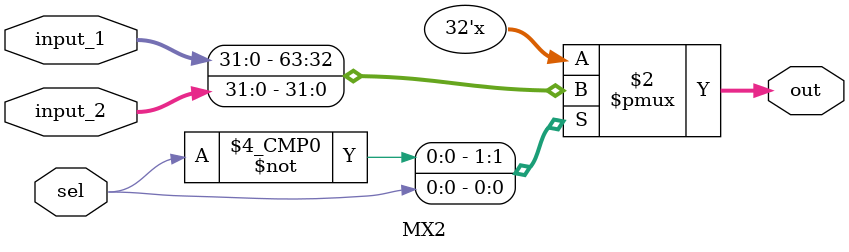
<source format=v>
module MX2(sel, input_1, input_2, out);

	// control input
	input sel;

	// signal inputs
	input [31:0] input_1;
	input [31:0] input_2;

	// signal output
	output reg [31:0] out;

	always @(sel, input_1, input_2) begin
		case(sel)
			0: out <= input_1;
			1: out <= input_2;
		endcase
	end
endmodule
</source>
